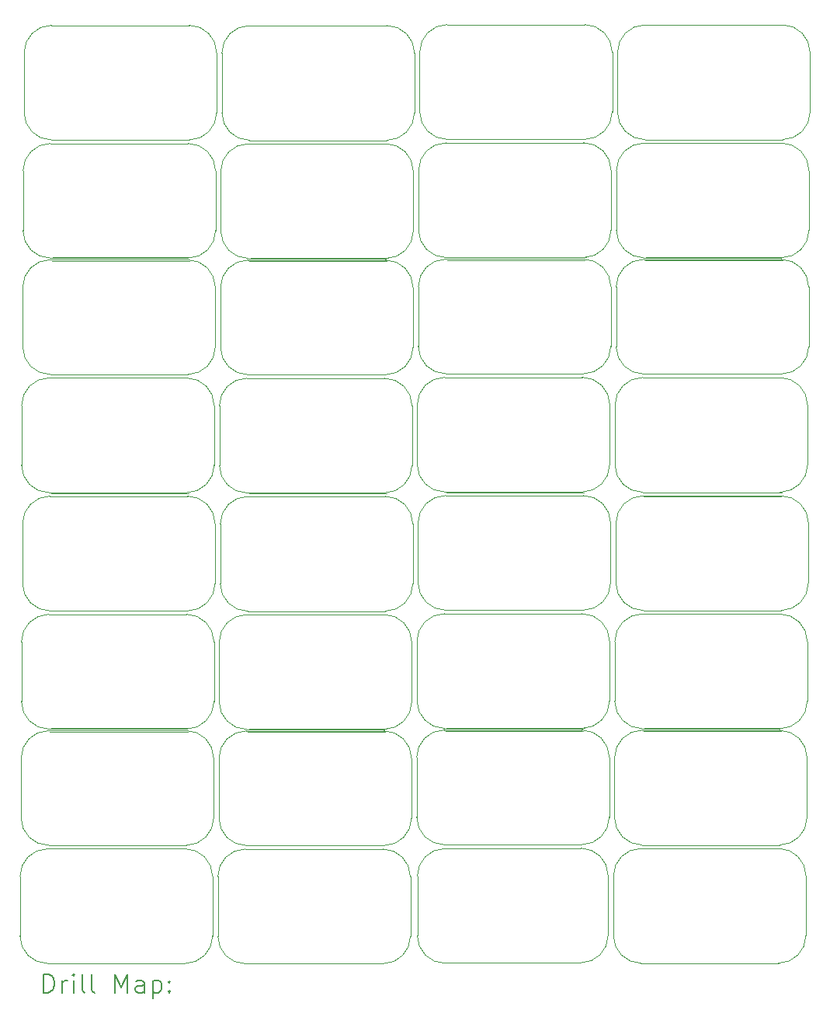
<source format=gbr>
%TF.GenerationSoftware,KiCad,Pcbnew,8.0.4*%
%TF.CreationDate,2024-08-16T15:36:05-07:00*%
%TF.ProjectId,LED2 full perf board,4c454432-2066-4756-9c6c-207065726620,rev?*%
%TF.SameCoordinates,Original*%
%TF.FileFunction,Drillmap*%
%TF.FilePolarity,Positive*%
%FSLAX45Y45*%
G04 Gerber Fmt 4.5, Leading zero omitted, Abs format (unit mm)*
G04 Created by KiCad (PCBNEW 8.0.4) date 2024-08-16 15:36:05*
%MOMM*%
%LPD*%
G01*
G04 APERTURE LIST*
%ADD10C,0.050000*%
%ADD11C,0.200000*%
G04 APERTURE END LIST*
D10*
X17805132Y-8687632D02*
X16305132Y-8687632D01*
X16293000Y-9975500D02*
G75*
G02*
X15993000Y-9675500I0J300000D01*
G01*
X18093000Y-9675500D02*
G75*
G02*
X17793000Y-9975500I-300000J0D01*
G01*
X17787750Y-12569000D02*
G75*
G02*
X18087750Y-12869000I0J-300000D01*
G01*
X16287750Y-13819000D02*
G75*
G02*
X15987750Y-13519000I0J300000D01*
G01*
X18087750Y-13519000D02*
G75*
G02*
X17787750Y-13819000I-300000J0D01*
G01*
X17820000Y-4882500D02*
G75*
G02*
X18120000Y-5182500I0J-300000D01*
G01*
X17820000Y-6132500D02*
X16320000Y-6132500D01*
X15987750Y-12869000D02*
G75*
G02*
X16287750Y-12569000I300000J0D01*
G01*
X16275618Y-13856868D02*
X17775618Y-13856868D01*
X17775618Y-13856868D02*
G75*
G02*
X18075618Y-14156868I0J-300000D01*
G01*
X16320000Y-4882500D02*
X17820000Y-4882500D01*
X15975618Y-14156868D02*
G75*
G02*
X16275618Y-13856868I300000J0D01*
G01*
X17787750Y-13819000D02*
X16287750Y-13819000D01*
X16320000Y-6132500D02*
G75*
G02*
X16020000Y-5832500I0J300000D01*
G01*
X16020000Y-5832500D02*
X16020000Y-5182500D01*
X18087750Y-12869000D02*
X18087750Y-13519000D01*
X15993000Y-9025500D02*
G75*
G02*
X16293000Y-8725500I300000J0D01*
G01*
X16287750Y-12569000D02*
X17787750Y-12569000D01*
X15987750Y-13519000D02*
X15987750Y-12869000D01*
X16275618Y-15106868D02*
G75*
G02*
X15975618Y-14806868I0J300000D01*
G01*
X17775618Y-15106868D02*
X16275618Y-15106868D01*
X16020000Y-5182500D02*
G75*
G02*
X16320000Y-4882500I300000J0D01*
G01*
X17793000Y-8725500D02*
G75*
G02*
X18093000Y-9025500I0J-300000D01*
G01*
X16005132Y-8387632D02*
X16005132Y-7737632D01*
X15975618Y-14806868D02*
X15975618Y-14156868D01*
X16293000Y-8725500D02*
X17793000Y-8725500D01*
X18075618Y-14806868D02*
G75*
G02*
X17775618Y-15106868I-300000J0D01*
G01*
X18075618Y-14156868D02*
X18075618Y-14806868D01*
X18120000Y-5182500D02*
X18120000Y-5832500D01*
X18120000Y-5832500D02*
G75*
G02*
X17820000Y-6132500I-300000J0D01*
G01*
X17807868Y-6170368D02*
G75*
G02*
X18107868Y-6470368I0J-300000D01*
G01*
X18090486Y-11601736D02*
X18090486Y-12251736D01*
X17814750Y-9980000D02*
X16314750Y-9980000D01*
X16007868Y-7120368D02*
X16007868Y-6470368D01*
X17802618Y-10013868D02*
G75*
G02*
X18102618Y-10313868I0J-300000D01*
G01*
X17790486Y-11301736D02*
G75*
G02*
X18090486Y-11601736I0J-300000D01*
G01*
X17815618Y-12543868D02*
X16315618Y-12543868D01*
X16302618Y-10013868D02*
X17802618Y-10013868D01*
X16305132Y-8687632D02*
G75*
G02*
X16005132Y-8387632I0J300000D01*
G01*
X17790486Y-12551736D02*
X16290486Y-12551736D01*
X16307868Y-7420368D02*
G75*
G02*
X16007868Y-7120368I0J300000D01*
G01*
X18102618Y-10963868D02*
G75*
G02*
X17802618Y-11263868I-300000J0D01*
G01*
X18102618Y-10313868D02*
X18102618Y-10963868D01*
X18105132Y-8387632D02*
G75*
G02*
X17805132Y-8687632I-300000J0D01*
G01*
X16302618Y-10017868D02*
X17802618Y-10017868D01*
X17805132Y-7437632D02*
G75*
G02*
X18105132Y-7737632I0J-300000D01*
G01*
X18090486Y-12251736D02*
G75*
G02*
X17790486Y-12551736I-300000J0D01*
G01*
X18107868Y-6470368D02*
X18107868Y-7120368D01*
X17807868Y-7420368D02*
X16307868Y-7420368D01*
X15990486Y-11601736D02*
G75*
G02*
X16290486Y-11301736I300000J0D01*
G01*
X15990486Y-12251736D02*
X15990486Y-11601736D01*
X16320868Y-7450368D02*
X17820868Y-7450368D01*
X17802618Y-11263868D02*
X16302618Y-11263868D01*
X16307868Y-6170368D02*
X17807868Y-6170368D01*
X16290486Y-12551736D02*
G75*
G02*
X15990486Y-12251736I0J300000D01*
G01*
X15993000Y-9675500D02*
X15993000Y-9025500D01*
X16305132Y-7437632D02*
X17805132Y-7437632D01*
X16290486Y-11301736D02*
X17790486Y-11301736D01*
X16002618Y-10313868D02*
G75*
G02*
X16302618Y-10013868I300000J0D01*
G01*
X16302618Y-11263868D02*
G75*
G02*
X16002618Y-10963868I0J300000D01*
G01*
X16002618Y-10963868D02*
X16002618Y-10313868D01*
X17793000Y-9975500D02*
X16293000Y-9975500D01*
X18093000Y-9025500D02*
X18093000Y-9675500D01*
X18107868Y-7120368D02*
G75*
G02*
X17807868Y-7420368I-300000J0D01*
G01*
X17833000Y-7412500D02*
X16333000Y-7412500D01*
X16007868Y-6470368D02*
G75*
G02*
X16307868Y-6170368I300000J0D01*
G01*
X18105132Y-7737632D02*
X18105132Y-8387632D01*
X16303486Y-12581736D02*
X17803486Y-12581736D01*
X16005132Y-7737632D02*
G75*
G02*
X16305132Y-7437632I300000J0D01*
G01*
X15657750Y-9977000D02*
X14157750Y-9977000D01*
X15933486Y-11598736D02*
X15933486Y-12248736D01*
X13833486Y-12248736D02*
X13833486Y-11598736D01*
X14133486Y-11298736D02*
X15633486Y-11298736D01*
X15633486Y-12548736D02*
X14133486Y-12548736D01*
X15633486Y-11298736D02*
G75*
G02*
X15933486Y-11598736I0J-300000D01*
G01*
X14145618Y-10010868D02*
X15645618Y-10010868D01*
X15945618Y-10960868D02*
G75*
G02*
X15645618Y-11260868I-300000J0D01*
G01*
X14145618Y-11260868D02*
G75*
G02*
X13845618Y-10960868I0J300000D01*
G01*
X13845618Y-10310868D02*
G75*
G02*
X14145618Y-10010868I300000J0D01*
G01*
X14163868Y-7447368D02*
X15663868Y-7447368D01*
X15950868Y-6467368D02*
X15950868Y-7117368D01*
X14150868Y-7417368D02*
G75*
G02*
X13850868Y-7117368I0J300000D01*
G01*
X15650868Y-6167368D02*
G75*
G02*
X15950868Y-6467368I0J-300000D01*
G01*
X15650868Y-7417368D02*
X14150868Y-7417368D01*
X14150868Y-6167368D02*
X15650868Y-6167368D01*
X14146486Y-12578736D02*
X15646486Y-12578736D01*
X14133486Y-12548736D02*
G75*
G02*
X13833486Y-12248736I0J300000D01*
G01*
X15658618Y-12540868D02*
X14158618Y-12540868D01*
X13850868Y-6467368D02*
G75*
G02*
X14150868Y-6167368I300000J0D01*
G01*
X15950868Y-7117368D02*
G75*
G02*
X15650868Y-7417368I-300000J0D01*
G01*
X13850868Y-7117368D02*
X13850868Y-6467368D01*
X14145618Y-10014868D02*
X15645618Y-10014868D01*
X13833486Y-11598736D02*
G75*
G02*
X14133486Y-11298736I300000J0D01*
G01*
X15933486Y-12248736D02*
G75*
G02*
X15633486Y-12548736I-300000J0D01*
G01*
X15945618Y-10310868D02*
X15945618Y-10960868D01*
X13845618Y-10960868D02*
X13845618Y-10310868D01*
X15645618Y-10010868D02*
G75*
G02*
X15945618Y-10310868I0J-300000D01*
G01*
X15645618Y-11260868D02*
X14145618Y-11260868D01*
X15676000Y-7409500D02*
X14176000Y-7409500D01*
X15948132Y-7734632D02*
X15948132Y-8384632D01*
X13848132Y-7734632D02*
G75*
G02*
X14148132Y-7434632I300000J0D01*
G01*
X14148132Y-7434632D02*
X15648132Y-7434632D01*
X15936000Y-9022500D02*
X15936000Y-9672500D01*
X15636000Y-9972500D02*
X14136000Y-9972500D01*
X13836000Y-9672500D02*
X13836000Y-9022500D01*
X15948132Y-8384632D02*
G75*
G02*
X15648132Y-8684632I-300000J0D01*
G01*
X14148132Y-8684632D02*
G75*
G02*
X13848132Y-8384632I0J300000D01*
G01*
X15648132Y-7434632D02*
G75*
G02*
X15948132Y-7734632I0J-300000D01*
G01*
X15636000Y-8722500D02*
G75*
G02*
X15936000Y-9022500I0J-300000D01*
G01*
X13848132Y-8384632D02*
X13848132Y-7734632D01*
X14136000Y-8722500D02*
X15636000Y-8722500D01*
X15648132Y-8684632D02*
X14148132Y-8684632D01*
X14136000Y-9972500D02*
G75*
G02*
X13836000Y-9672500I0J300000D01*
G01*
X15936000Y-9672500D02*
G75*
G02*
X15636000Y-9972500I-300000J0D01*
G01*
X13836000Y-9022500D02*
G75*
G02*
X14136000Y-8722500I300000J0D01*
G01*
X15630750Y-12566000D02*
G75*
G02*
X15930750Y-12866000I0J-300000D01*
G01*
X14130750Y-12566000D02*
X15630750Y-12566000D01*
X14130750Y-13816000D02*
G75*
G02*
X13830750Y-13516000I0J300000D01*
G01*
X15663000Y-4879500D02*
G75*
G02*
X15963000Y-5179500I0J-300000D01*
G01*
X15663000Y-6129500D02*
X14163000Y-6129500D01*
X13830750Y-12866000D02*
G75*
G02*
X14130750Y-12566000I300000J0D01*
G01*
X15930750Y-12866000D02*
X15930750Y-13516000D01*
X13830750Y-13516000D02*
X13830750Y-12866000D01*
X15930750Y-13516000D02*
G75*
G02*
X15630750Y-13816000I-300000J0D01*
G01*
X14118618Y-13853868D02*
X15618618Y-13853868D01*
X15618618Y-13853868D02*
G75*
G02*
X15918618Y-14153868I0J-300000D01*
G01*
X14163000Y-4879500D02*
X15663000Y-4879500D01*
X13838000Y-14158000D02*
G75*
G02*
X14138000Y-13858000I300000J0D01*
G01*
X14138000Y-15108000D02*
G75*
G02*
X13838000Y-14808000I0J300000D01*
G01*
X15630750Y-13816000D02*
X14130750Y-13816000D01*
X14163000Y-6129500D02*
G75*
G02*
X13863000Y-5829500I0J300000D01*
G01*
X15618618Y-15103868D02*
X14118618Y-15103868D01*
X15963000Y-5829500D02*
G75*
G02*
X15663000Y-6129500I-300000J0D01*
G01*
X13863000Y-5179500D02*
G75*
G02*
X14163000Y-4879500I300000J0D01*
G01*
X15918618Y-14803868D02*
G75*
G02*
X15618618Y-15103868I-300000J0D01*
G01*
X15918618Y-14153868D02*
X15918618Y-14803868D01*
X13838000Y-14808000D02*
X13838000Y-14158000D01*
X15963000Y-5179500D02*
X15963000Y-5829500D01*
X13863000Y-5829500D02*
X13863000Y-5179500D01*
X13501000Y-9987000D02*
X12001000Y-9987000D01*
X13776736Y-11608736D02*
X13776736Y-12258736D01*
X11676736Y-12258736D02*
X11676736Y-11608736D01*
X11976736Y-11308736D02*
X13476736Y-11308736D01*
X13476736Y-12558736D02*
X11976736Y-12558736D01*
X13476736Y-11308736D02*
G75*
G02*
X13776736Y-11608736I0J-300000D01*
G01*
X11988868Y-10020868D02*
X13488868Y-10020868D01*
X13788868Y-10970868D02*
G75*
G02*
X13488868Y-11270868I-300000J0D01*
G01*
X11988868Y-11270868D02*
G75*
G02*
X11688868Y-10970868I0J300000D01*
G01*
X11688868Y-10320868D02*
G75*
G02*
X11988868Y-10020868I300000J0D01*
G01*
X12007118Y-7457368D02*
X13507118Y-7457368D01*
X13794118Y-6477368D02*
X13794118Y-7127368D01*
X11994118Y-7427368D02*
G75*
G02*
X11694118Y-7127368I0J300000D01*
G01*
X13494118Y-6177368D02*
G75*
G02*
X13794118Y-6477368I0J-300000D01*
G01*
X13494118Y-7427368D02*
X11994118Y-7427368D01*
X11994118Y-6177368D02*
X13494118Y-6177368D01*
X11989736Y-12588736D02*
X13489736Y-12588736D01*
X11976736Y-12558736D02*
G75*
G02*
X11676736Y-12258736I0J300000D01*
G01*
X13501868Y-12550868D02*
X12001868Y-12550868D01*
X11694118Y-6477368D02*
G75*
G02*
X11994118Y-6177368I300000J0D01*
G01*
X13794118Y-7127368D02*
G75*
G02*
X13494118Y-7427368I-300000J0D01*
G01*
X11694118Y-7127368D02*
X11694118Y-6477368D01*
X11988868Y-10024868D02*
X13488868Y-10024868D01*
X11676736Y-11608736D02*
G75*
G02*
X11976736Y-11308736I300000J0D01*
G01*
X13776736Y-12258736D02*
G75*
G02*
X13476736Y-12558736I-300000J0D01*
G01*
X13788868Y-10320868D02*
X13788868Y-10970868D01*
X11688868Y-10970868D02*
X11688868Y-10320868D01*
X13488868Y-10020868D02*
G75*
G02*
X13788868Y-10320868I0J-300000D01*
G01*
X13488868Y-11270868D02*
X11988868Y-11270868D01*
X13519250Y-7419500D02*
X12019250Y-7419500D01*
X13791382Y-7744632D02*
X13791382Y-8394632D01*
X11691382Y-7744632D02*
G75*
G02*
X11991382Y-7444632I300000J0D01*
G01*
X11991382Y-7444632D02*
X13491382Y-7444632D01*
X13779250Y-9032500D02*
X13779250Y-9682500D01*
X13479250Y-9982500D02*
X11979250Y-9982500D01*
X11679250Y-9682500D02*
X11679250Y-9032500D01*
X13791382Y-8394632D02*
G75*
G02*
X13491382Y-8694632I-300000J0D01*
G01*
X11991382Y-8694632D02*
G75*
G02*
X11691382Y-8394632I0J300000D01*
G01*
X13491382Y-7444632D02*
G75*
G02*
X13791382Y-7744632I0J-300000D01*
G01*
X13479250Y-8732500D02*
G75*
G02*
X13779250Y-9032500I0J-300000D01*
G01*
X11691382Y-8394632D02*
X11691382Y-7744632D01*
X11979250Y-8732500D02*
X13479250Y-8732500D01*
X13491382Y-8694632D02*
X11991382Y-8694632D01*
X11979250Y-9982500D02*
G75*
G02*
X11679250Y-9682500I0J300000D01*
G01*
X13779250Y-9682500D02*
G75*
G02*
X13479250Y-9982500I-300000J0D01*
G01*
X11679250Y-9032500D02*
G75*
G02*
X11979250Y-8732500I300000J0D01*
G01*
X13474000Y-12576000D02*
G75*
G02*
X13774000Y-12876000I0J-300000D01*
G01*
X11974000Y-12576000D02*
X13474000Y-12576000D01*
X11974000Y-13826000D02*
G75*
G02*
X11674000Y-13526000I0J300000D01*
G01*
X13506250Y-4889500D02*
G75*
G02*
X13806250Y-5189500I0J-300000D01*
G01*
X13506250Y-6139500D02*
X12006250Y-6139500D01*
X11674000Y-12876000D02*
G75*
G02*
X11974000Y-12576000I300000J0D01*
G01*
X13774000Y-12876000D02*
X13774000Y-13526000D01*
X11674000Y-13526000D02*
X11674000Y-12876000D01*
X13774000Y-13526000D02*
G75*
G02*
X13474000Y-13826000I-300000J0D01*
G01*
X11961868Y-13863868D02*
X13461868Y-13863868D01*
X13461868Y-13863868D02*
G75*
G02*
X13761868Y-14163868I0J-300000D01*
G01*
X12006250Y-4889500D02*
X13506250Y-4889500D01*
X11661868Y-14163868D02*
G75*
G02*
X11961868Y-13863868I300000J0D01*
G01*
X11961868Y-15113868D02*
G75*
G02*
X11661868Y-14813868I0J300000D01*
G01*
X13474000Y-13826000D02*
X11974000Y-13826000D01*
X12006250Y-6139500D02*
G75*
G02*
X11706250Y-5839500I0J300000D01*
G01*
X13461868Y-15113868D02*
X11961868Y-15113868D01*
X13806250Y-5839500D02*
G75*
G02*
X13506250Y-6139500I-300000J0D01*
G01*
X11706250Y-5189500D02*
G75*
G02*
X12006250Y-4889500I300000J0D01*
G01*
X13761868Y-14813868D02*
G75*
G02*
X13461868Y-15113868I-300000J0D01*
G01*
X13761868Y-14163868D02*
X13761868Y-14813868D01*
X11661868Y-14813868D02*
X11661868Y-14163868D01*
X13806250Y-5189500D02*
X13806250Y-5839500D01*
X11706250Y-5839500D02*
X11706250Y-5189500D01*
X11344000Y-9984000D02*
X9844000Y-9984000D01*
X9831868Y-10021868D02*
X11331868Y-10021868D01*
X9832736Y-12585736D02*
X11332736Y-12585736D01*
X11619736Y-11605736D02*
X11619736Y-12255736D01*
X9519736Y-11605736D02*
G75*
G02*
X9819736Y-11305736I300000J0D01*
G01*
X9519736Y-12255736D02*
X9519736Y-11605736D01*
X9819736Y-12555736D02*
G75*
G02*
X9519736Y-12255736I0J300000D01*
G01*
X9819736Y-11305736D02*
X11319736Y-11305736D01*
X11319736Y-12555736D02*
X9819736Y-12555736D01*
X11619736Y-12255736D02*
G75*
G02*
X11319736Y-12555736I-300000J0D01*
G01*
X11344868Y-12547868D02*
X9844868Y-12547868D01*
X11319736Y-11305736D02*
G75*
G02*
X11619736Y-11605736I0J-300000D01*
G01*
X11631868Y-10317868D02*
X11631868Y-10967868D01*
X9831868Y-10017868D02*
X11331868Y-10017868D01*
X9531868Y-10967868D02*
X9531868Y-10317868D01*
X11631868Y-10967868D02*
G75*
G02*
X11331868Y-11267868I-300000J0D01*
G01*
X11331868Y-10017868D02*
G75*
G02*
X11631868Y-10317868I0J-300000D01*
G01*
X9831868Y-11267868D02*
G75*
G02*
X9531868Y-10967868I0J300000D01*
G01*
X11331868Y-11267868D02*
X9831868Y-11267868D01*
X9531868Y-10317868D02*
G75*
G02*
X9831868Y-10017868I300000J0D01*
G01*
X11362250Y-7416500D02*
X9862250Y-7416500D01*
X9850118Y-7454368D02*
X11350118Y-7454368D01*
X11637118Y-6474368D02*
X11637118Y-7124368D01*
X9537118Y-6474368D02*
G75*
G02*
X9837118Y-6174368I300000J0D01*
G01*
X9537118Y-7124368D02*
X9537118Y-6474368D01*
X11337118Y-6174368D02*
G75*
G02*
X11637118Y-6474368I0J-300000D01*
G01*
X9837118Y-7424368D02*
G75*
G02*
X9537118Y-7124368I0J300000D01*
G01*
X9837118Y-6174368D02*
X11337118Y-6174368D01*
X11337118Y-7424368D02*
X9837118Y-7424368D01*
X11637118Y-7124368D02*
G75*
G02*
X11337118Y-7424368I-300000J0D01*
G01*
X11649250Y-5836500D02*
G75*
G02*
X11349250Y-6136500I-300000J0D01*
G01*
X11349250Y-4886500D02*
G75*
G02*
X11649250Y-5186500I0J-300000D01*
G01*
X11649250Y-5186500D02*
X11649250Y-5836500D01*
X9849250Y-4886500D02*
X11349250Y-4886500D01*
X9549250Y-5186500D02*
G75*
G02*
X9849250Y-4886500I300000J0D01*
G01*
X9849250Y-6136500D02*
G75*
G02*
X9549250Y-5836500I0J300000D01*
G01*
X11349250Y-6136500D02*
X9849250Y-6136500D01*
X9549250Y-5836500D02*
X9549250Y-5186500D01*
X11304868Y-13860868D02*
G75*
G02*
X11604868Y-14160868I0J-300000D01*
G01*
X11604868Y-14160868D02*
X11604868Y-14810868D01*
X11604868Y-14810868D02*
G75*
G02*
X11304868Y-15110868I-300000J0D01*
G01*
X9517000Y-12873000D02*
G75*
G02*
X9817000Y-12573000I300000J0D01*
G01*
X9517000Y-13523000D02*
X9517000Y-12873000D01*
X9817000Y-12573000D02*
X11317000Y-12573000D01*
X11617000Y-13523000D02*
G75*
G02*
X11317000Y-13823000I-300000J0D01*
G01*
X9504868Y-14160868D02*
G75*
G02*
X9804868Y-13860868I300000J0D01*
G01*
X11317000Y-12573000D02*
G75*
G02*
X11617000Y-12873000I0J-300000D01*
G01*
X11304868Y-15110868D02*
X9804868Y-15110868D01*
X9817000Y-13823000D02*
G75*
G02*
X9517000Y-13523000I0J300000D01*
G01*
X11317000Y-13823000D02*
X9817000Y-13823000D01*
X9804868Y-15110868D02*
G75*
G02*
X9504868Y-14810868I0J300000D01*
G01*
X9504868Y-14810868D02*
X9504868Y-14160868D01*
X11617000Y-12873000D02*
X11617000Y-13523000D01*
X9804868Y-13860868D02*
X11304868Y-13860868D01*
X11322250Y-8729500D02*
G75*
G02*
X11622250Y-9029500I0J-300000D01*
G01*
X11622250Y-9029500D02*
X11622250Y-9679500D01*
X11322250Y-9979500D02*
X9822250Y-9979500D01*
X9822250Y-8729500D02*
X11322250Y-8729500D01*
X9522250Y-9029500D02*
G75*
G02*
X9822250Y-8729500I300000J0D01*
G01*
X9822250Y-9979500D02*
G75*
G02*
X9522250Y-9679500I0J300000D01*
G01*
X11622250Y-9679500D02*
G75*
G02*
X11322250Y-9979500I-300000J0D01*
G01*
X9522250Y-9679500D02*
X9522250Y-9029500D01*
X11634382Y-8391632D02*
G75*
G02*
X11334382Y-8691632I-300000J0D01*
G01*
X9534382Y-7741632D02*
G75*
G02*
X9834382Y-7441632I300000J0D01*
G01*
X9834382Y-8691632D02*
G75*
G02*
X9534382Y-8391632I0J300000D01*
G01*
X11334382Y-7441632D02*
G75*
G02*
X11634382Y-7741632I0J-300000D01*
G01*
X11634382Y-7741632D02*
X11634382Y-8391632D01*
X9534382Y-8391632D02*
X9534382Y-7741632D01*
X9834382Y-7441632D02*
X11334382Y-7441632D01*
X11334382Y-8691632D02*
X9834382Y-8691632D01*
D11*
X9763145Y-15427852D02*
X9763145Y-15227852D01*
X9763145Y-15227852D02*
X9810764Y-15227852D01*
X9810764Y-15227852D02*
X9839335Y-15237376D01*
X9839335Y-15237376D02*
X9858383Y-15256423D01*
X9858383Y-15256423D02*
X9867907Y-15275471D01*
X9867907Y-15275471D02*
X9877431Y-15313566D01*
X9877431Y-15313566D02*
X9877431Y-15342137D01*
X9877431Y-15342137D02*
X9867907Y-15380233D01*
X9867907Y-15380233D02*
X9858383Y-15399280D01*
X9858383Y-15399280D02*
X9839335Y-15418328D01*
X9839335Y-15418328D02*
X9810764Y-15427852D01*
X9810764Y-15427852D02*
X9763145Y-15427852D01*
X9963145Y-15427852D02*
X9963145Y-15294518D01*
X9963145Y-15332614D02*
X9972669Y-15313566D01*
X9972669Y-15313566D02*
X9982192Y-15304042D01*
X9982192Y-15304042D02*
X10001240Y-15294518D01*
X10001240Y-15294518D02*
X10020288Y-15294518D01*
X10086954Y-15427852D02*
X10086954Y-15294518D01*
X10086954Y-15227852D02*
X10077431Y-15237376D01*
X10077431Y-15237376D02*
X10086954Y-15246899D01*
X10086954Y-15246899D02*
X10096478Y-15237376D01*
X10096478Y-15237376D02*
X10086954Y-15227852D01*
X10086954Y-15227852D02*
X10086954Y-15246899D01*
X10210764Y-15427852D02*
X10191716Y-15418328D01*
X10191716Y-15418328D02*
X10182192Y-15399280D01*
X10182192Y-15399280D02*
X10182192Y-15227852D01*
X10315526Y-15427852D02*
X10296478Y-15418328D01*
X10296478Y-15418328D02*
X10286954Y-15399280D01*
X10286954Y-15399280D02*
X10286954Y-15227852D01*
X10544097Y-15427852D02*
X10544097Y-15227852D01*
X10544097Y-15227852D02*
X10610764Y-15370709D01*
X10610764Y-15370709D02*
X10677431Y-15227852D01*
X10677431Y-15227852D02*
X10677431Y-15427852D01*
X10858383Y-15427852D02*
X10858383Y-15323090D01*
X10858383Y-15323090D02*
X10848859Y-15304042D01*
X10848859Y-15304042D02*
X10829812Y-15294518D01*
X10829812Y-15294518D02*
X10791716Y-15294518D01*
X10791716Y-15294518D02*
X10772669Y-15304042D01*
X10858383Y-15418328D02*
X10839335Y-15427852D01*
X10839335Y-15427852D02*
X10791716Y-15427852D01*
X10791716Y-15427852D02*
X10772669Y-15418328D01*
X10772669Y-15418328D02*
X10763145Y-15399280D01*
X10763145Y-15399280D02*
X10763145Y-15380233D01*
X10763145Y-15380233D02*
X10772669Y-15361185D01*
X10772669Y-15361185D02*
X10791716Y-15351661D01*
X10791716Y-15351661D02*
X10839335Y-15351661D01*
X10839335Y-15351661D02*
X10858383Y-15342137D01*
X10953621Y-15294518D02*
X10953621Y-15494518D01*
X10953621Y-15304042D02*
X10972669Y-15294518D01*
X10972669Y-15294518D02*
X11010764Y-15294518D01*
X11010764Y-15294518D02*
X11029812Y-15304042D01*
X11029812Y-15304042D02*
X11039335Y-15313566D01*
X11039335Y-15313566D02*
X11048859Y-15332614D01*
X11048859Y-15332614D02*
X11048859Y-15389756D01*
X11048859Y-15389756D02*
X11039335Y-15408804D01*
X11039335Y-15408804D02*
X11029812Y-15418328D01*
X11029812Y-15418328D02*
X11010764Y-15427852D01*
X11010764Y-15427852D02*
X10972669Y-15427852D01*
X10972669Y-15427852D02*
X10953621Y-15418328D01*
X11134573Y-15408804D02*
X11144097Y-15418328D01*
X11144097Y-15418328D02*
X11134573Y-15427852D01*
X11134573Y-15427852D02*
X11125050Y-15418328D01*
X11125050Y-15418328D02*
X11134573Y-15408804D01*
X11134573Y-15408804D02*
X11134573Y-15427852D01*
X11134573Y-15304042D02*
X11144097Y-15313566D01*
X11144097Y-15313566D02*
X11134573Y-15323090D01*
X11134573Y-15323090D02*
X11125050Y-15313566D01*
X11125050Y-15313566D02*
X11134573Y-15304042D01*
X11134573Y-15304042D02*
X11134573Y-15323090D01*
M02*

</source>
